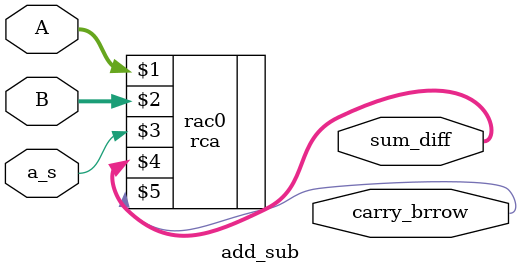
<source format=v>
module add_sub(
    input a_s,
    input [3:0]A,B,
    output [3:0]sum_diff,
    output carry_brrow
);

wire [3:0]Bmod;

assign Bmod = {4{a_s}} ^ B;

rca rac0(A,B,a_s,sum_diff,carry_brrow);

endmodule

</source>
